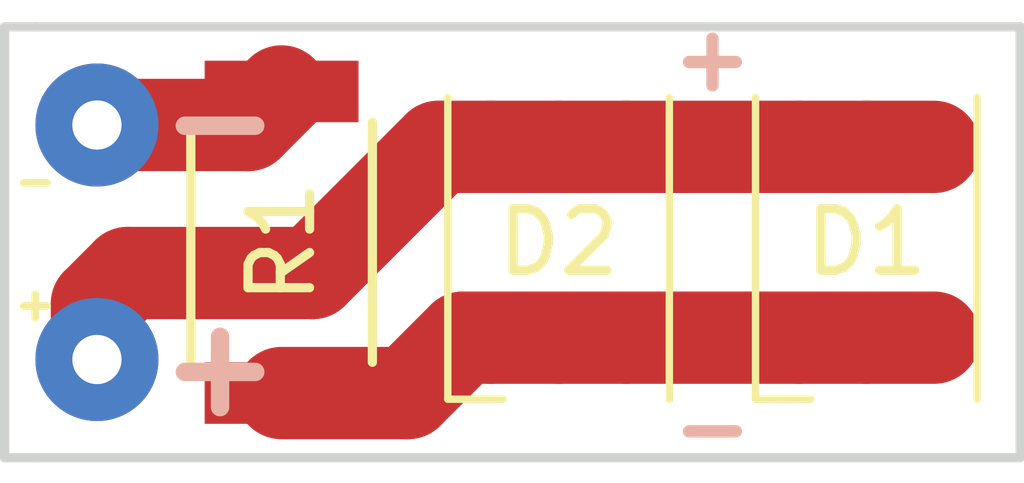
<source format=kicad_pcb>
(kicad_pcb (version 4) (host pcbnew 4.0.5)

  (general
    (links 13)
    (no_connects 0)
    (area 121.715 99.2 142.875 106.9)
    (thickness 1.6)
    (drawings 12)
    (tracks 21)
    (zones 0)
    (modules 4)
    (nets 4)
  )

  (page A4)
  (layers
    (0 F.Cu signal)
    (31 B.Cu signal)
    (32 B.Adhes user)
    (33 F.Adhes user)
    (34 B.Paste user)
    (35 F.Paste user)
    (36 B.SilkS user)
    (37 F.SilkS user)
    (38 B.Mask user)
    (39 F.Mask user)
    (40 Dwgs.User user)
    (41 Cmts.User user)
    (42 Eco1.User user)
    (43 Eco2.User user)
    (44 Edge.Cuts user)
    (45 Margin user)
    (46 B.CrtYd user)
    (47 F.CrtYd user)
    (48 B.Fab user)
    (49 F.Fab user)
  )

  (setup
    (last_trace_width 1.5)
    (trace_clearance 0.2)
    (zone_clearance 0.508)
    (zone_45_only no)
    (trace_min 0.2)
    (segment_width 0.2)
    (edge_width 0.15)
    (via_size 0.6)
    (via_drill 0.4)
    (via_min_size 0.4)
    (via_min_drill 0.3)
    (uvia_size 0.3)
    (uvia_drill 0.1)
    (uvias_allowed no)
    (uvia_min_size 0.2)
    (uvia_min_drill 0.1)
    (pcb_text_width 0.3)
    (pcb_text_size 1.5 1.5)
    (mod_edge_width 0.15)
    (mod_text_size 1 1)
    (mod_text_width 0.15)
    (pad_size 1.99898 1.99898)
    (pad_drill 0.8001)
    (pad_to_mask_clearance 0.2)
    (aux_axis_origin 0 0)
    (grid_origin 117.5 93.5)
    (visible_elements 7FFFFFFF)
    (pcbplotparams
      (layerselection 0x31cf0_80000001)
      (usegerberextensions false)
      (excludeedgelayer true)
      (linewidth 0.100000)
      (plotframeref false)
      (viasonmask false)
      (mode 1)
      (useauxorigin false)
      (hpglpennumber 1)
      (hpglpenspeed 20)
      (hpglpendiameter 15)
      (hpglpenoverlay 2)
      (psnegative false)
      (psa4output false)
      (plotreference true)
      (plotvalue true)
      (plotinvisibletext false)
      (padsonsilk false)
      (subtractmaskfromsilk false)
      (outputformat 1)
      (mirror false)
      (drillshape 0)
      (scaleselection 1)
      (outputdirectory gerber/))
  )

  (net 0 "")
  (net 1 "Net-(D1-Pad1)")
  (net 2 VCC)
  (net 3 GND)

  (net_class Default "This is the default net class."
    (clearance 0.2)
    (trace_width 1.5)
    (via_dia 0.6)
    (via_drill 0.4)
    (uvia_dia 0.3)
    (uvia_drill 0.1)
  )

  (net_class high ""
    (clearance 0.2)
    (trace_width 1.5)
    (via_dia 1.5)
    (via_drill 1)
    (uvia_dia 0.3)
    (uvia_drill 0.1)
    (add_net GND)
    (add_net "Net-(D1-Pad1)")
    (add_net VCC)
  )

  (module LEDs:LED_RGB_PLCC-6 (layer F.Cu) (tedit 589BF9C3) (tstamp 589BF968)
    (at 139 103 90)
    (descr "RGB LED PLCC-6")
    (tags "RGB LED PLCC-6")
    (path /589BF6BE)
    (attr smd)
    (fp_text reference D1 (at 0 0 360) (layer F.SilkS)
      (effects (font (size 1 1) (thickness 0.15)))
    )
    (fp_text value LED_RGB (at 0 2.8 90) (layer F.Fab) hide
      (effects (font (size 1 1) (thickness 0.15)))
    )
    (fp_line (start -1.7 -1.1) (end -1.1 -1.7) (layer F.Fab) (width 0.1))
    (fp_line (start -1.7 -1.7) (end -1.7 1.7) (layer F.Fab) (width 0.1))
    (fp_line (start -1.7 1.7) (end 1.7 1.7) (layer F.Fab) (width 0.1))
    (fp_line (start 1.7 1.7) (end 1.7 -1.7) (layer F.Fab) (width 0.1))
    (fp_line (start 1.7 -1.7) (end -1.7 -1.7) (layer F.Fab) (width 0.1))
    (fp_line (start -2.55 -1.8) (end -2.55 -0.9) (layer F.SilkS) (width 0.12))
    (fp_line (start 2.65 -2) (end 2.65 2) (layer F.CrtYd) (width 0.05))
    (fp_line (start -2.75 -2) (end -2.75 2) (layer F.CrtYd) (width 0.05))
    (fp_line (start -2.75 2) (end 2.65 2) (layer F.CrtYd) (width 0.05))
    (fp_line (start -2.75 -2) (end 2.65 -2) (layer F.CrtYd) (width 0.05))
    (fp_line (start -2.55 1.8) (end 2.35 1.8) (layer F.SilkS) (width 0.12))
    (fp_line (start 2.35 -1.8) (end -2.55 -1.8) (layer F.SilkS) (width 0.12))
    (pad 1 smd rect (at -1.55 -1.1 180) (size 0.7 1.3) (layers F.Cu F.Paste F.Mask)
      (net 1 "Net-(D1-Pad1)"))
    (pad 2 smd rect (at -1.55 0 180) (size 0.7 1.3) (layers F.Cu F.Paste F.Mask)
      (net 1 "Net-(D1-Pad1)"))
    (pad 3 smd rect (at -1.55 1.1 180) (size 0.7 1.3) (layers F.Cu F.Paste F.Mask)
      (net 1 "Net-(D1-Pad1)"))
    (pad 4 smd rect (at 1.55 1.1 180) (size 0.7 1.3) (layers F.Cu F.Paste F.Mask)
      (net 2 VCC))
    (pad 5 smd rect (at 1.55 0 180) (size 0.7 1.3) (layers F.Cu F.Paste F.Mask)
      (net 2 VCC))
    (pad 6 smd rect (at 1.55 -1.1 180) (size 0.7 1.3) (layers F.Cu F.Paste F.Mask)
      (net 2 VCC))
  )

  (module LEDs:LED_RGB_PLCC-6 (layer F.Cu) (tedit 589BF9C8) (tstamp 589BF97E)
    (at 134 103 90)
    (descr "RGB LED PLCC-6")
    (tags "RGB LED PLCC-6")
    (path /589BF7E8)
    (attr smd)
    (fp_text reference D2 (at 0 0 360) (layer F.SilkS)
      (effects (font (size 1 1) (thickness 0.15)))
    )
    (fp_text value LED_RGB (at 0 2.8 90) (layer F.Fab) hide
      (effects (font (size 1 1) (thickness 0.15)))
    )
    (fp_line (start -1.7 -1.1) (end -1.1 -1.7) (layer F.Fab) (width 0.1))
    (fp_line (start -1.7 -1.7) (end -1.7 1.7) (layer F.Fab) (width 0.1))
    (fp_line (start -1.7 1.7) (end 1.7 1.7) (layer F.Fab) (width 0.1))
    (fp_line (start 1.7 1.7) (end 1.7 -1.7) (layer F.Fab) (width 0.1))
    (fp_line (start 1.7 -1.7) (end -1.7 -1.7) (layer F.Fab) (width 0.1))
    (fp_line (start -2.55 -1.8) (end -2.55 -0.9) (layer F.SilkS) (width 0.12))
    (fp_line (start 2.65 -2) (end 2.65 2) (layer F.CrtYd) (width 0.05))
    (fp_line (start -2.75 -2) (end -2.75 2) (layer F.CrtYd) (width 0.05))
    (fp_line (start -2.75 2) (end 2.65 2) (layer F.CrtYd) (width 0.05))
    (fp_line (start -2.75 -2) (end 2.65 -2) (layer F.CrtYd) (width 0.05))
    (fp_line (start -2.55 1.8) (end 2.35 1.8) (layer F.SilkS) (width 0.12))
    (fp_line (start 2.35 -1.8) (end -2.55 -1.8) (layer F.SilkS) (width 0.12))
    (pad 1 smd rect (at -1.55 -1.1 180) (size 0.7 1.3) (layers F.Cu F.Paste F.Mask)
      (net 1 "Net-(D1-Pad1)"))
    (pad 2 smd rect (at -1.55 0 180) (size 0.7 1.3) (layers F.Cu F.Paste F.Mask)
      (net 1 "Net-(D1-Pad1)"))
    (pad 3 smd rect (at -1.55 1.1 180) (size 0.7 1.3) (layers F.Cu F.Paste F.Mask)
      (net 1 "Net-(D1-Pad1)"))
    (pad 4 smd rect (at 1.55 1.1 180) (size 0.7 1.3) (layers F.Cu F.Paste F.Mask)
      (net 2 VCC))
    (pad 5 smd rect (at 1.55 0 180) (size 0.7 1.3) (layers F.Cu F.Paste F.Mask)
      (net 2 VCC))
    (pad 6 smd rect (at 1.55 -1.1 180) (size 0.7 1.3) (layers F.Cu F.Paste F.Mask)
      (net 2 VCC))
  )

  (module Resistors_SMD:R_2010 (layer F.Cu) (tedit 589BF9DA) (tstamp 589BF98E)
    (at 129.5 103 90)
    (descr "Resistor SMD 2010, reflow soldering, Vishay (see dcrcw.pdf)")
    (tags "resistor 2010")
    (path /589BFA1F)
    (attr smd)
    (fp_text reference R1 (at 0 0 90) (layer F.SilkS)
      (effects (font (size 1 1) (thickness 0.15)))
    )
    (fp_text value 470 (at 0 2.7 90) (layer F.Fab) hide
      (effects (font (size 1 1) (thickness 0.15)))
    )
    (fp_line (start -2.5 1.25) (end -2.5 -1.25) (layer F.Fab) (width 0.1))
    (fp_line (start 2.5 1.25) (end -2.5 1.25) (layer F.Fab) (width 0.1))
    (fp_line (start 2.5 -1.25) (end 2.5 1.25) (layer F.Fab) (width 0.1))
    (fp_line (start -2.5 -1.25) (end 2.5 -1.25) (layer F.Fab) (width 0.1))
    (fp_line (start -3.25 -1.6) (end 3.25 -1.6) (layer F.CrtYd) (width 0.05))
    (fp_line (start -3.25 1.6) (end 3.25 1.6) (layer F.CrtYd) (width 0.05))
    (fp_line (start -3.25 -1.6) (end -3.25 1.6) (layer F.CrtYd) (width 0.05))
    (fp_line (start 3.25 -1.6) (end 3.25 1.6) (layer F.CrtYd) (width 0.05))
    (fp_line (start 1.95 1.475) (end -1.95 1.475) (layer F.SilkS) (width 0.15))
    (fp_line (start -1.95 -1.475) (end 1.95 -1.475) (layer F.SilkS) (width 0.15))
    (pad 1 smd rect (at -2.45 0 90) (size 1 2.5) (layers F.Cu F.Paste F.Mask)
      (net 1 "Net-(D1-Pad1)"))
    (pad 2 smd rect (at 2.45 0 90) (size 1 2.5) (layers F.Cu F.Paste F.Mask)
      (net 3 GND))
    (model Resistors_SMD.3dshapes/R_2010.wrl
      (at (xyz 0 0 0))
      (scale (xyz 1 1 1))
      (rotate (xyz 0 0 0))
    )
  )

  (module Wire_Pads:SolderWirePad_2x_0-8mmDrill (layer F.Cu) (tedit 589CD98D) (tstamp 589CD82B)
    (at 126.5 103 90)
    (fp_text reference REF** (at 0 -3.81 90) (layer F.SilkS) hide
      (effects (font (size 1 1) (thickness 0.15)))
    )
    (fp_text value "" (at 0.635 2.54 90) (layer F.Fab) hide
      (effects (font (size 1 1) (thickness 0.15)))
    )
    (pad 1 thru_hole circle (at -1.905 0 90) (size 1.99898 1.99898) (drill 0.8001) (layers *.Cu *.Mask)
      (net 2 VCC))
    (pad 2 thru_hole circle (at 1.905 0 90) (size 1.99898 1.99898) (drill 0.8001) (layers *.Cu *.Mask)
      (net 3 GND))
  )

  (gr_text - (at 136.5 106) (layer B.SilkS)
    (effects (font (size 1 1) (thickness 0.2)) (justify mirror))
  )
  (gr_text + (at 136.5 100) (layer B.SilkS)
    (effects (font (size 1 1) (thickness 0.2)) (justify mirror))
  )
  (gr_text - (at 128.5 101) (layer B.SilkS)
    (effects (font (size 1.5 1.5) (thickness 0.3)) (justify mirror))
  )
  (gr_text + (at 128.5 105) (layer B.SilkS)
    (effects (font (size 1.5 1.5) (thickness 0.3)) (justify mirror))
  )
  (gr_text - (at 125.5 102) (layer F.SilkS)
    (effects (font (size 0.5 0.5) (thickness 0.125)))
  )
  (gr_text + (at 125.5 104) (layer F.SilkS)
    (effects (font (size 0.5 0.5) (thickness 0.125)))
  )
  (gr_line (start 125 106.5) (end 125.5 106.5) (angle 90) (layer Edge.Cuts) (width 0.15))
  (gr_line (start 125 99.5) (end 125 106.5) (angle 90) (layer Edge.Cuts) (width 0.15))
  (gr_line (start 125.5 99.5) (end 125 99.5) (angle 90) (layer Edge.Cuts) (width 0.15))
  (gr_line (start 141.5 106.5) (end 125.5 106.5) (angle 90) (layer Edge.Cuts) (width 0.15))
  (gr_line (start 141.5 99.5) (end 141.5 106.5) (angle 90) (layer Edge.Cuts) (width 0.15))
  (gr_line (start 125.5 99.5) (end 141.5 99.5) (angle 90) (layer Edge.Cuts) (width 0.15))

  (segment (start 132.9 104.55) (end 132.45 104.55) (width 1.5) (layer F.Cu) (net 1) (status 400000))
  (segment (start 131.55 105.45) (end 129.5 105.45) (width 1.5) (layer F.Cu) (net 1) (tstamp 589CDA0D) (status 800000))
  (segment (start 132.45 104.55) (end 131.55 105.45) (width 1.5) (layer F.Cu) (net 1) (tstamp 589CDA09))
  (segment (start 134 104.55) (end 132.9 104.55) (width 1.5) (layer F.Cu) (net 1) (status C00000))
  (segment (start 135.1 104.55) (end 134 104.55) (width 1.5) (layer F.Cu) (net 1) (status C00000))
  (segment (start 137.9 104.55) (end 135.1 104.55) (width 1.5) (layer F.Cu) (net 1) (status C00000))
  (segment (start 139 104.55) (end 137.9 104.55) (width 1.5) (layer F.Cu) (net 1) (status C00000))
  (segment (start 140.1 104.55) (end 139 104.55) (width 1.5) (layer F.Cu) (net 1) (status C00000))
  (segment (start 139 101.45) (end 140.1 101.45) (width 1.5) (layer F.Cu) (net 2) (status C00000))
  (segment (start 137.9 101.45) (end 139 101.45) (width 1.5) (layer F.Cu) (net 2) (status C00000))
  (segment (start 135.1 101.45) (end 137.9 101.45) (width 1.5) (layer F.Cu) (net 2) (status C00000))
  (segment (start 134 101.45) (end 135.1 101.45) (width 1.5) (layer F.Cu) (net 2) (status C00000))
  (segment (start 132.9 101.45) (end 134 101.45) (width 1.5) (layer F.Cu) (net 2) (status C00000))
  (segment (start 132.9 101.45) (end 132.05 101.45) (width 1.5) (layer F.Cu) (net 2) (status 400000))
  (segment (start 130 103.5) (end 131.5 102) (width 1.5) (layer F.Cu) (net 2) (tstamp 589CD99A))
  (segment (start 127 103.5) (end 130 103.5) (width 1.5) (layer F.Cu) (net 2) (tstamp 589CD995))
  (segment (start 127 103.5) (end 126.5 104) (width 1.5) (layer F.Cu) (net 2) (tstamp 589CD992))
  (segment (start 132.05 101.45) (end 131.5 102) (width 1.5) (layer F.Cu) (net 2) (tstamp 589CD9F0))
  (segment (start 126.5 104.905) (end 126.5 104) (width 1.5) (layer F.Cu) (net 2))
  (segment (start 126.5 101.095) (end 128.955 101.095) (width 1.5) (layer F.Cu) (net 3))
  (segment (start 128.955 101.095) (end 129.5 100.55) (width 1.5) (layer F.Cu) (net 3) (tstamp 589CD96D))

)

</source>
